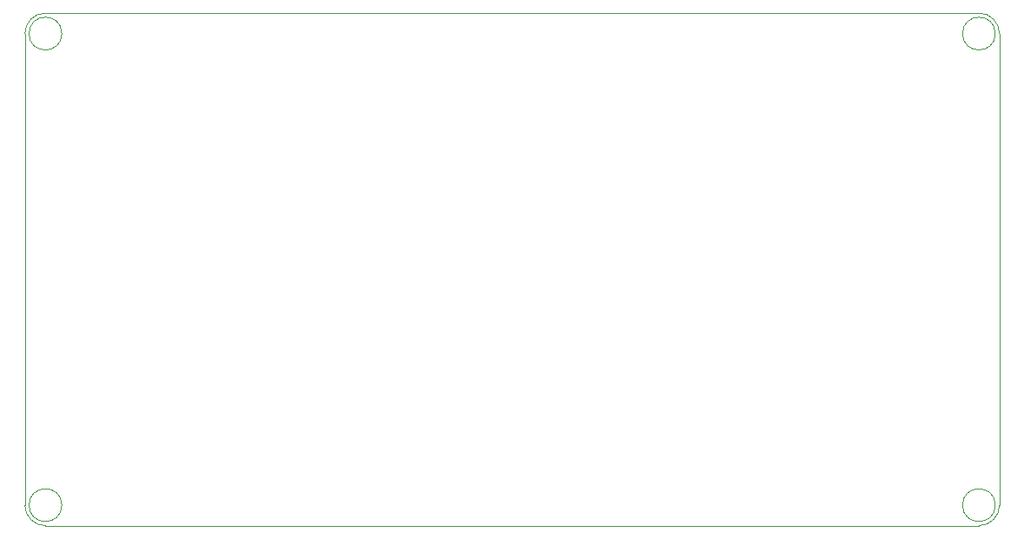
<source format=gbr>
%TF.GenerationSoftware,KiCad,Pcbnew,(5.1.10)-1*%
%TF.CreationDate,2021-12-06T13:08:08+08:00*%
%TF.ProjectId,project,70726f6a-6563-4742-9e6b-696361645f70,1.0.1*%
%TF.SameCoordinates,Original*%
%TF.FileFunction,Profile,NP*%
%FSLAX46Y46*%
G04 Gerber Fmt 4.6, Leading zero omitted, Abs format (unit mm)*
G04 Created by KiCad (PCBNEW (5.1.10)-1) date 2021-12-06 13:08:08*
%MOMM*%
%LPD*%
G01*
G04 APERTURE LIST*
%TA.AperFunction,Profile*%
%ADD10C,0.100000*%
%TD*%
G04 APERTURE END LIST*
D10*
X199600000Y-118000000D02*
G75*
G03*
X199600000Y-118000000I-1600000J0D01*
G01*
X199600000Y-72000000D02*
G75*
G03*
X199600000Y-72000000I-1600000J0D01*
G01*
X108600000Y-118000000D02*
G75*
G03*
X108600000Y-118000000I-1600000J0D01*
G01*
X108600000Y-72000000D02*
G75*
G03*
X108600000Y-72000000I-1600000J0D01*
G01*
X105000000Y-72000000D02*
G75*
G02*
X107000000Y-70000000I2000000J0D01*
G01*
X107000000Y-120000000D02*
G75*
G02*
X105000000Y-118000000I0J2000000D01*
G01*
X200000000Y-118000000D02*
G75*
G02*
X198000000Y-120000000I-2000000J0D01*
G01*
X198000000Y-70000000D02*
G75*
G02*
X200000000Y-72000000I0J-2000000D01*
G01*
X105000000Y-72000000D02*
X105000000Y-118000000D01*
X198000000Y-70000000D02*
X107000000Y-70000000D01*
X200000000Y-118000000D02*
X200000000Y-72000000D01*
X107000000Y-120000000D02*
X198000000Y-120000000D01*
M02*

</source>
